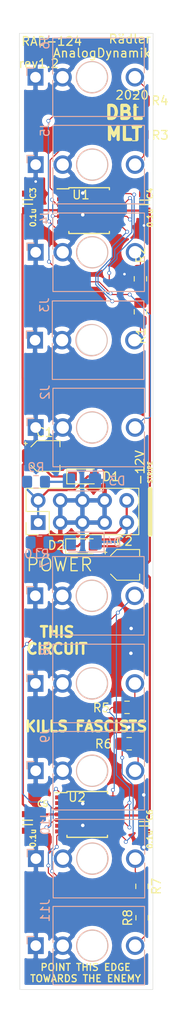
<source format=kicad_pcb>
(kicad_pcb (version 20171130) (host pcbnew "(5.1.2-1)-1")
  (layers (0 F.Cu signal) (31 B.Cu signal hide) (34 B.Paste user hide) (35 F.Paste user hide) (36 B.SilkS user hide) (37 F.SilkS user) (38 B.Mask user hide) (39 F.Mask user) (44 Edge.Cuts user))
  (net 0 "")
  (net 1 VCC)
  (net 2 GND)
  (net 3 VEE)
  (net 4 "Net-(R1-Pad2)")
  (net 5 "Net-(R2-Pad2)")
  (net 6 "Net-(R3-Pad2)")
  (net 7 "Net-(R4-Pad2)")
  (net 8 "Net-(R5-Pad2)")
  (net 9 "Net-(R6-Pad2)")
  (net 10 "Net-(R7-Pad2)")
  (net 11 "Net-(R8-Pad2)")
  (net 12 /A1Out)
  (net 13 /A2Out)
  (net 14 /A3Out)
  (net 15 /A4Out)
  (net 16 /B1Out)
  (net 17 /B2Out)
  (net 18 /B3Out)
  (net 19 /B4Out)
  (net 20 /AIn)
  (net 21 /BIn)
  (net 22 "Net-(D3-Pad2)")
  (net 23 +12V)
  (net 24 -12V)
  (net 25 "Net-(D4-Pad2)")
  (module Connector_Audio:Jack_3.5mm_QingPu_WQP-PJ398SM_Vertical_CircularHoles (layer B.Cu) (at 154.62504 116.31168 270)
    (fp_text reference J10 (at -4.03 -1.08 90) (layer B.SilkS) (effects (justify mirror)))
    (fp_text value B3Out)
    (pad TN thru_hole circle (at 0 -3.1 90) (size 2.13 2.13) (drill 1.42) (layers *.Cu *.Mask) (net 2 GND))
    (pad S thru_hole rect (at 0 0 90) (size 1.93 1.83) (drill 1.22) (layers *.Cu *.Mask) (net 2 GND))
    (pad T thru_hole circle (at 0 -11.4 90) (size 2.13 2.13) (drill 1.43) (layers *.Cu *.Mask) (net 18 /B3Out))
  )
  (module Connector_Audio:Jack_3.5mm_QingPu_WQP-PJ398SM_Vertical_CircularHoles (layer B.Cu) (at 154.57932 96.22536 270)
    (fp_text reference J8 (at -4.03 -1.08 90) (layer B.SilkS) (effects (justify mirror)))
    (fp_text value B1Out)
    (pad T thru_hole circle (at 0 -11.4 90) (size 2.13 2.13) (drill 1.43) (layers *.Cu *.Mask) (net 16 /B1Out))
    (pad S thru_hole rect (at 0 0 90) (size 1.93 1.83) (drill 1.22) (layers *.Cu *.Mask) (net 2 GND))
    (pad TN thru_hole circle (at 0 -3.1 90) (size 2.13 2.13) (drill 1.42) (layers *.Cu *.Mask) (net 2 GND))
  )
  (module Connector_Audio:Jack_3.5mm_QingPu_WQP-PJ398SM_Vertical_CircularHoles (layer B.Cu) (at 154.52852 56.8706 270)
    (fp_text reference J3 (at -4.03 -1.08 90) (layer B.SilkS) (effects (justify mirror)))
    (fp_text value A1Out)
    (pad T thru_hole circle (at 0 -11.4 90) (size 2.13 2.13) (drill 1.43) (layers *.Cu *.Mask) (net 12 /A1Out))
    (pad S thru_hole rect (at 0 0 90) (size 1.93 1.83) (drill 1.22) (layers *.Cu *.Mask) (net 2 GND))
    (pad TN thru_hole circle (at 0 -3.1 90) (size 2.13 2.13) (drill 1.42) (layers *.Cu *.Mask) (net 2 GND))
  )
  (module Connector_Audio:Jack_3.5mm_QingPu_WQP-PJ398SM_Vertical_CircularHoles (layer B.Cu) (at 154.59964 36.74364 270)
    (fp_text reference J5 (at -4.03 -1.08 90) (layer B.SilkS) (effects (justify mirror)))
    (fp_text value A3Out)
    (pad T thru_hole circle (at 0 -11.4 90) (size 2.13 2.13) (drill 1.43) (layers *.Cu *.Mask) (net 14 /A3Out))
    (pad S thru_hole rect (at 0 0 90) (size 1.93 1.83) (drill 1.22) (layers *.Cu *.Mask) (net 2 GND))
    (pad TN thru_hole circle (at 0 -3.1 90) (size 2.13 2.13) (drill 1.42) (layers *.Cu *.Mask) (net 2 GND))
  )
  (module 4ms-footprints:Header_2x05_Pitch2.54mm_TH_-12v_Label (layer F.Cu) (at 165.6334 73.03008 90)
    (fp_text reference J1 hide)
    (fp_text value EURO_HEADER_10pin)
    (fp_text user STRIPE (at 1.016 2.0955 90) (layer F.SilkS) (effects (font (size 0.5 0.5) (thickness 0.125))))
    (fp_text user -12V (at 1.5494 0.94488 90) (layer F.SilkS))
    (fp_text user POWER (at -9.58596 -8.29056) (layer F.SilkS) (effects (font (size 1.5 1.5))))
    (pad 10 thru_hole oval (at -2.21 -0.59 90) (size 1.7 1.7) (drill 1) (layers *.Cu *.Mask) (net 24 -12V))
    (pad 9 thru_hole oval (at -4.75 -0.59 90) (size 1.7 1.7) (drill 1) (layers *.Cu *.Mask) (net 24 -12V))
    (pad 8 thru_hole oval (at -2.21 -3.13 90) (size 1.7 1.7) (drill 1) (layers *.Cu *.Mask) (net 2 GND))
    (pad 7 thru_hole oval (at -4.75 -3.13 90) (size 1.7 1.7) (drill 1) (layers *.Cu *.Mask) (net 2 GND))
    (pad 6 thru_hole oval (at -2.21 -5.67 90) (size 1.7 1.7) (drill 1) (layers *.Cu *.Mask) (net 2 GND))
    (pad 5 thru_hole oval (at -4.75 -5.67 90) (size 1.7 1.7) (drill 1) (layers *.Cu *.Mask) (net 2 GND))
    (pad 4 thru_hole oval (at -2.21 -8.21 90) (size 1.7 1.7) (drill 1) (layers *.Cu *.Mask) (net 2 GND))
    (pad 3 thru_hole oval (at -4.75 -8.21 90) (size 1.7 1.7) (drill 1) (layers *.Cu *.Mask) (net 2 GND))
    (pad 2 thru_hole oval (at -2.21 -10.75 90) (size 1.7 1.7) (drill 1) (layers *.Cu *.Mask) (net 23 +12V))
    (pad 1 thru_hole rect (at -4.75 -10.75 90) (size 1.7 1.7) (drill 1) (layers *.Cu *.Mask) (net 23 +12V))
  )
  (module 4ms_Capacitor:C_0805 (layer F.Cu) (at 167.07612 112.31372 270)
    (fp_text reference C6 (at -1.74 -1 90) (layer F.SilkS) (effects (font (size 0.65 0.65)) (justify right bottom)))
    (fp_text value 0.1u (at 0.64 -1 90) (layer F.SilkS) (effects (font (size 0.65 0.65)) (justify right bottom)))
    (pad 2 smd rect (at 0.95 0 270) (size 0.7 1.3) (layers F.Cu F.Paste F.Mask) (net 2 GND))
    (pad 1 smd rect (at -0.95 0 270) (size 0.7 1.3) (layers F.Cu F.Paste F.Mask) (net 3 VEE))
  )
  (module 4ms_Capacitor:C_0805 (layer F.Cu) (at 153.67 112.16132 270)
    (fp_text reference C5 (at -1.74 -1) (layer F.SilkS) (effects (font (size 0.65 0.65)) (justify left bottom)))
    (fp_text value 0.1u (at 0.64 -1 90) (layer F.SilkS) (effects (font (size 0.65 0.65)) (justify right bottom)))
    (pad 2 smd rect (at 0.95 0 270) (size 0.7 1.3) (layers F.Cu F.Paste F.Mask) (net 2 GND))
    (pad 1 smd rect (at -0.95 0 270) (size 0.7 1.3) (layers F.Cu F.Paste F.Mask) (net 1 VCC))
  )
  (module 4ms_Capacitor:C_0805 (layer F.Cu) (at 167.11168 41.06672 270)
    (fp_text reference C4 (at -1.74 -1 90) (layer F.SilkS) (effects (font (size 0.65 0.65)) (justify right bottom)))
    (fp_text value 0.1u (at 0.64 -1 90) (layer F.SilkS) (effects (font (size 0.65 0.65)) (justify right bottom)))
    (pad 2 smd rect (at 0.95 0 270) (size 0.7 1.3) (layers F.Cu F.Paste F.Mask) (net 3 VEE))
    (pad 1 smd rect (at -0.95 0 270) (size 0.7 1.3) (layers F.Cu F.Paste F.Mask) (net 2 GND))
  )
  (module 4ms_Capacitor:C_0805 (layer F.Cu) (at 153.68016 41.021 270)
    (fp_text reference C3 (at -1.74 -1 90) (layer F.SilkS) (effects (font (size 0.65 0.65)) (justify right bottom)))
    (fp_text value 0.1u (at 0.64 -1 90) (layer F.SilkS) (effects (font (size 0.65 0.65)) (justify right bottom)))
    (pad 2 smd rect (at 0.95 0 270) (size 0.7 1.3) (layers F.Cu F.Paste F.Mask) (net 1 VCC))
    (pad 1 smd rect (at -0.95 0 270) (size 0.7 1.3) (layers F.Cu F.Paste F.Mask) (net 2 GND))
  )
  (module LED_SMD:LED_1206_3216Metric_Pad1.42x1.75mm_HandSolder (layer B.Cu) (at 159.98952 80.01 180)
    (fp_text reference D4 (at -3.50012 -0.03048) (layer B.SilkS) (effects (justify mirror)))
    (fp_text value LED_R)
    (pad 2 smd roundrect (at 1.4875 0 180) (size 1.425 1.75) (layers B.Cu B.Paste B.Mask) (roundrect_rratio 0.175439) (net 25 "Net-(D4-Pad2)"))
    (pad 1 smd roundrect (at -1.4875 0 180) (size 1.425 1.75) (layers B.Cu B.Paste B.Mask) (roundrect_rratio 0.175439) (net 24 -12V))
  )
  (module LED_SMD:LED_1206_3216Metric_Pad1.42x1.75mm_HandSolder (layer B.Cu) (at 159.90918 73.01992 180)
    (fp_text reference D3 (at -4.0275 0.01524) (layer B.SilkS) (effects (justify mirror)))
    (fp_text value LED_B)
    (pad 2 smd roundrect (at 1.4875 0 180) (size 1.425 1.75) (layers B.Cu B.Paste B.Mask) (roundrect_rratio 0.175439) (net 22 "Net-(D3-Pad2)"))
    (pad 1 smd roundrect (at -1.4875 0 180) (size 1.425 1.75) (layers B.Cu B.Paste B.Mask) (roundrect_rratio 0.175439) (net 2 GND))
  )
  (module Resistor_SMD:R_0805_2012Metric_Pad1.15x1.40mm_HandSolder (layer B.Cu) (at 155.0416 80.05064)
    (fp_text reference R10 (at -0.30988 1.33096) (layer B.SilkS) (effects (justify mirror)))
    (fp_text value 470)
    (pad 1 smd roundrect (at -1.025 0) (size 1.15 1.4) (layers B.Cu B.Paste B.Mask) (roundrect_rratio 0.217391) (net 2 GND))
    (pad 2 smd roundrect (at 1.025 0) (size 1.15 1.4) (layers B.Cu B.Paste B.Mask) (roundrect_rratio 0.217391) (net 25 "Net-(D4-Pad2)"))
  )
  (module Resistor_SMD:R_0805_2012Metric_Pad1.15x1.40mm_HandSolder (layer B.Cu) (at 154.64028 73.11136 180)
    (fp_text reference R9 (at 0 1.65) (layer B.SilkS) (effects (justify mirror)))
    (fp_text value 470)
    (pad 1 smd roundrect (at -1.025 0 180) (size 1.15 1.4) (layers B.Cu B.Paste B.Mask) (roundrect_rratio 0.217391) (net 22 "Net-(D3-Pad2)"))
    (pad 2 smd roundrect (at 1.025 0 180) (size 1.15 1.4) (layers B.Cu B.Paste B.Mask) (roundrect_rratio 0.217391) (net 23 +12V))
  )
  (module Capacitor_SMD:CP_Elec_3x5.4 (layer F.Cu) (at 164.76472 82.63128)
    (fp_text reference C2 (at 0 -2.7) (layer F.SilkS))
    (fp_text value 10uF)
    (pad 2 smd roundrect (at 1.5 0) (size 2.2 1.6) (layers F.Cu F.Paste F.Mask) (roundrect_rratio 0.15625) (net 3 VEE))
    (pad 1 smd roundrect (at -1.5 0) (size 2.2 1.6) (layers F.Cu F.Paste F.Mask) (roundrect_rratio 0.15625) (net 2 GND))
  )
  (module Capacitor_SMD:CP_Elec_3x5.4 (layer F.Cu) (at 155.6258 70.1548)
    (fp_text reference C1 (at 0 -2.7) (layer F.SilkS))
    (fp_text value 10uF)
    (pad 2 smd roundrect (at 1.5 0) (size 2.2 1.6) (layers F.Cu F.Paste F.Mask) (roundrect_rratio 0.15625) (net 2 GND))
    (pad 1 smd roundrect (at -1.5 0) (size 2.2 1.6) (layers F.Cu F.Paste F.Mask) (roundrect_rratio 0.15625) (net 1 VCC))
  )
  (module Resistor_SMD:R_0805_2012Metric_Pad1.15x1.40mm_HandSolder (layer F.Cu) (at 165.32352 103.13924 180)
    (fp_text reference R6 (at 2.9464 -0.0254) (layer F.SilkS))
    (fp_text value 100)
    (pad 2 smd roundrect (at 1.025 0 180) (size 1.15 1.4) (layers F.Cu F.Paste F.Mask) (roundrect_rratio 0.217391) (net 9 "Net-(R6-Pad2)"))
    (pad 1 smd roundrect (at -1.025 0 180) (size 1.15 1.4) (layers F.Cu F.Paste F.Mask) (roundrect_rratio 0.217391) (net 17 /B2Out))
  )
  (module Diode_SMD:D_SOD-323_HandSoldering (layer F.Cu) (at 159.93872 80.4926)
    (fp_text reference D2 (at -2.9718 -0.1016) (layer F.SilkS))
    (fp_text value D_Small_ALT)
    (pad 2 smd rect (at 1.25 0) (size 1 1) (layers F.Cu F.Paste F.Mask) (net 3 VEE))
    (pad 1 smd rect (at -1.25 0) (size 1 1) (layers F.Cu F.Paste F.Mask) (net 24 -12V))
  )
  (module Diode_SMD:D_SOD-323_HandSoldering (layer F.Cu) (at 160.0708 72.4916)
    (fp_text reference D1 (at 3.175 0.0254) (layer F.SilkS))
    (fp_text value D_Small_ALT)
    (pad 2 smd rect (at 1.25 0) (size 1 1) (layers F.Cu F.Paste F.Mask) (net 23 +12V))
    (pad 1 smd rect (at -1.25 0) (size 1 1) (layers F.Cu F.Paste F.Mask) (net 1 VCC))
  )
  (module Connector_Audio:Jack_3.5mm_QingPu_WQP-PJ398SM_Vertical_CircularHoles (layer B.Cu) (at 154.559 86.17712 270)
    (fp_text reference J7 (at -4.03 -1.08 90) (layer B.SilkS) (effects (justify mirror)))
    (fp_text value BIn)
    (pad T thru_hole circle (at 0 -11.4 90) (size 2.13 2.13) (drill 1.43) (layers *.Cu *.Mask) (net 21 /BIn))
    (pad S thru_hole rect (at 0 0 90) (size 1.93 1.83) (drill 1.22) (layers *.Cu *.Mask) (net 2 GND))
    (pad TN thru_hole circle (at 0 -3.1 90) (size 2.13 2.13) (drill 1.42) (layers *.Cu *.Mask) (net 2 GND))
  )
  (module Connector_Audio:Jack_3.5mm_QingPu_WQP-PJ398SM_Vertical_CircularHoles (layer B.Cu) (at 154.59964 66.88328 270)
    (fp_text reference J2 (at -4.03 -1.08 90) (layer B.SilkS) (effects (justify mirror)))
    (fp_text value AIn)
    (pad TN thru_hole circle (at 0 -3.1 90) (size 2.13 2.13) (drill 1.42) (layers *.Cu *.Mask) (net 2 GND))
    (pad S thru_hole rect (at 0 0 90) (size 1.93 1.83) (drill 1.22) (layers *.Cu *.Mask) (net 2 GND))
    (pad T thru_hole circle (at 0 -11.4 90) (size 2.13 2.13) (drill 1.43) (layers *.Cu *.Mask) (net 20 /AIn))
  )
  (module Connector_Audio:Jack_3.5mm_QingPu_WQP-PJ398SM_Vertical_CircularHoles (layer B.Cu) (at 154.59964 46.79188 270)
    (fp_text reference J4 (at -4.03 -1.08 90) (layer B.SilkS) (effects (justify mirror)))
    (fp_text value A2Out)
    (pad T thru_hole circle (at 0 -11.4 90) (size 2.13 2.13) (drill 1.43) (layers *.Cu *.Mask) (net 13 /A2Out))
    (pad S thru_hole rect (at 0 0 90) (size 1.93 1.83) (drill 1.22) (layers *.Cu *.Mask) (net 2 GND))
    (pad TN thru_hole circle (at 0 -3.1 90) (size 2.13 2.13) (drill 1.42) (layers *.Cu *.Mask) (net 2 GND))
  )
  (module Connector_Audio:Jack_3.5mm_QingPu_WQP-PJ398SM_Vertical_CircularHoles (layer B.Cu) (at 154.57932 26.72588 270)
    (fp_text reference J6 (at -4.03 -1.08 90) (layer B.SilkS) (effects (justify mirror)))
    (fp_text value A4Out)
    (pad TN thru_hole circle (at 0 -3.1 90) (size 2.13 2.13) (drill 1.42) (layers *.Cu *.Mask) (net 2 GND))
    (pad S thru_hole rect (at 0 0 90) (size 1.93 1.83) (drill 1.22) (layers *.Cu *.Mask) (net 2 GND))
    (pad T thru_hole circle (at 0 -11.4 90) (size 2.13 2.13) (drill 1.43) (layers *.Cu *.Mask) (net 15 /A4Out))
  )
  (module Connector_Audio:Jack_3.5mm_QingPu_WQP-PJ398SM_Vertical_CircularHoles (layer B.Cu) (at 154.6098 126.2888 270)
    (fp_text reference J11 (at -4.03 -1.08 90) (layer B.SilkS) (effects (justify mirror)))
    (fp_text value B4Out)
    (pad T thru_hole circle (at 0 -11.4 90) (size 2.13 2.13) (drill 1.43) (layers *.Cu *.Mask) (net 19 /B4Out))
    (pad S thru_hole rect (at 0 0 90) (size 1.93 1.83) (drill 1.22) (layers *.Cu *.Mask) (net 2 GND))
    (pad TN thru_hole circle (at 0 -3.1 90) (size 2.13 2.13) (drill 1.42) (layers *.Cu *.Mask) (net 2 GND))
  )
  (module Connector_Audio:Jack_3.5mm_QingPu_WQP-PJ398SM_Vertical_CircularHoles (layer B.Cu) (at 154.59964 106.23296 270)
    (fp_text reference J9 (at -4.03 -1.08 270) (layer B.SilkS) (effects (justify mirror)))
    (fp_text value B2Out)
    (pad TN thru_hole circle (at 0 -3.1 90) (size 2.13 2.13) (drill 1.42) (layers *.Cu *.Mask) (net 2 GND))
    (pad S thru_hole rect (at 0 0 90) (size 1.93 1.83) (drill 1.22) (layers *.Cu *.Mask) (net 2 GND))
    (pad T thru_hole circle (at 0 -11.4 90) (size 2.13 2.13) (drill 1.43) (layers *.Cu *.Mask) (net 17 /B2Out))
  )
  (module Resistor_SMD:R_0805_2012Metric_Pad1.15x1.40mm_HandSolder (layer F.Cu) (at 166.61892 53.6194 90)
    (fp_text reference R1 (at -2.7686 0.0762 90) (layer F.SilkS))
    (fp_text value 100)
    (pad 2 smd roundrect (at 1.025 0 90) (size 1.15 1.4) (layers F.Cu F.Paste F.Mask) (roundrect_rratio 0.217391) (net 4 "Net-(R1-Pad2)"))
    (pad 1 smd roundrect (at -1.025 0 90) (size 1.15 1.4) (layers F.Cu F.Paste F.Mask) (roundrect_rratio 0.217391) (net 12 /A1Out))
  )
  (module Resistor_SMD:R_0805_2012Metric_Pad1.15x1.40mm_HandSolder (layer F.Cu) (at 166.61892 49.8348 270)
    (fp_text reference R2 (at -2.7432 -0.0254 90) (layer F.SilkS))
    (fp_text value 100)
    (pad 1 smd roundrect (at -1.025 0 270) (size 1.15 1.4) (layers F.Cu F.Paste F.Mask) (roundrect_rratio 0.217391) (net 13 /A2Out))
    (pad 2 smd roundrect (at 1.025 0 270) (size 1.15 1.4) (layers F.Cu F.Paste F.Mask) (roundrect_rratio 0.217391) (net 5 "Net-(R2-Pad2)"))
  )
  (module Resistor_SMD:R_0805_2012Metric_Pad1.15x1.40mm_HandSolder (layer F.Cu) (at 165.95852 33.2994 180)
    (fp_text reference R3 (at -2.921 -0.0762) (layer F.SilkS))
    (fp_text value 100)
    (pad 2 smd roundrect (at 1.025 0 180) (size 1.15 1.4) (layers F.Cu F.Paste F.Mask) (roundrect_rratio 0.217391) (net 6 "Net-(R3-Pad2)"))
    (pad 1 smd roundrect (at -1.025 0 180) (size 1.15 1.4) (layers F.Cu F.Paste F.Mask) (roundrect_rratio 0.217391) (net 14 /A3Out))
  )
  (module Resistor_SMD:R_0805_2012Metric_Pad1.15x1.40mm_HandSolder (layer F.Cu) (at 166.08044 29.44876 180)
    (fp_text reference R4 (at -2.7686 0.0254) (layer F.SilkS))
    (fp_text value 100)
    (pad 1 smd roundrect (at -1.025 0 180) (size 1.15 1.4) (layers F.Cu F.Paste F.Mask) (roundrect_rratio 0.217391) (net 15 /A4Out))
    (pad 2 smd roundrect (at 1.025 0 180) (size 1.15 1.4) (layers F.Cu F.Paste F.Mask) (roundrect_rratio 0.217391) (net 7 "Net-(R4-Pad2)"))
  )
  (module Resistor_SMD:R_0805_2012Metric_Pad1.15x1.40mm_HandSolder (layer F.Cu) (at 165.08476 98.96856 180)
    (fp_text reference R5 (at 2.9464 -0.0508) (layer F.SilkS))
    (fp_text value 100)
    (pad 1 smd roundrect (at -1.025 0 180) (size 1.15 1.4) (layers F.Cu F.Paste F.Mask) (roundrect_rratio 0.217391) (net 16 /B1Out))
    (pad 2 smd roundrect (at 1.025 0 180) (size 1.15 1.4) (layers F.Cu F.Paste F.Mask) (roundrect_rratio 0.217391) (net 8 "Net-(R5-Pad2)"))
  )
  (module Resistor_SMD:R_0805_2012Metric_Pad1.15x1.40mm_HandSolder (layer F.Cu) (at 166.79672 119.48668 270)
    (fp_text reference R7 (at 0 -1.65 90) (layer F.SilkS))
    (fp_text value 100)
    (pad 1 smd roundrect (at -1.025 0 270) (size 1.15 1.4) (layers F.Cu F.Paste F.Mask) (roundrect_rratio 0.217391) (net 18 /B3Out))
    (pad 2 smd roundrect (at 1.025 0 270) (size 1.15 1.4) (layers F.Cu F.Paste F.Mask) (roundrect_rratio 0.217391) (net 10 "Net-(R7-Pad2)"))
  )
  (module Resistor_SMD:R_0805_2012Metric_Pad1.15x1.40mm_HandSolder (layer F.Cu) (at 166.81196 123.0884 90)
    (fp_text reference R8 (at 0 -1.65 90) (layer F.SilkS))
    (fp_text value 100)
    (pad 2 smd roundrect (at 1.025 0 90) (size 1.15 1.4) (layers F.Cu F.Paste F.Mask) (roundrect_rratio 0.217391) (net 11 "Net-(R8-Pad2)"))
    (pad 1 smd roundrect (at -1.025 0 90) (size 1.15 1.4) (layers F.Cu F.Paste F.Mask) (roundrect_rratio 0.217391) (net 19 /B4Out))
  )
  (module Package_SO:TSSOP-14_4.4x5mm_P0.65mm (layer F.Cu) (at 160.7312 42.01668)
    (fp_text reference U1 (at -0.9398 -1.8034 180) (layer F.SilkS))
    (fp_text value TL074)
    (pad 1 smd rect (at -2.95 -1.95) (size 1.45 0.45) (layers F.Cu F.Paste F.Mask) (net 6 "Net-(R3-Pad2)"))
    (pad 2 smd rect (at -2.95 -1.3) (size 1.45 0.45) (layers F.Cu F.Paste F.Mask) (net 6 "Net-(R3-Pad2)"))
    (pad 3 smd rect (at -2.95 -0.65) (size 1.45 0.45) (layers F.Cu F.Paste F.Mask) (net 20 /AIn))
    (pad 4 smd rect (at -2.95 0) (size 1.45 0.45) (layers F.Cu F.Paste F.Mask) (net 1 VCC))
    (pad 5 smd rect (at -2.95 0.65) (size 1.45 0.45) (layers F.Cu F.Paste F.Mask) (net 20 /AIn))
    (pad 6 smd rect (at -2.95 1.3) (size 1.45 0.45) (layers F.Cu F.Paste F.Mask) (net 7 "Net-(R4-Pad2)"))
    (pad 7 smd rect (at -2.95 1.95) (size 1.45 0.45) (layers F.Cu F.Paste F.Mask) (net 7 "Net-(R4-Pad2)"))
    (pad 8 smd rect (at 2.95 1.95) (size 1.45 0.45) (layers F.Cu F.Paste F.Mask) (net 4 "Net-(R1-Pad2)"))
    (pad 9 smd rect (at 2.95 1.3) (size 1.45 0.45) (layers F.Cu F.Paste F.Mask) (net 4 "Net-(R1-Pad2)"))
    (pad 10 smd rect (at 2.95 0.65) (size 1.45 0.45) (layers F.Cu F.Paste F.Mask) (net 20 /AIn))
    (pad 11 smd rect (at 2.95 0) (size 1.45 0.45) (layers F.Cu F.Paste F.Mask) (net 3 VEE))
    (pad 12 smd rect (at 2.95 -0.65) (size 1.45 0.45) (layers F.Cu F.Paste F.Mask) (net 20 /AIn))
    (pad 13 smd rect (at 2.95 -1.3) (size 1.45 0.45) (layers F.Cu F.Paste F.Mask) (net 5 "Net-(R2-Pad2)"))
    (pad 14 smd rect (at 2.95 -1.95) (size 1.45 0.45) (layers F.Cu F.Paste F.Mask) (net 5 "Net-(R2-Pad2)"))
  )
  (module Package_SO:TSSOP-14_4.4x5mm_P0.65mm (layer F.Cu) (at 160.51276 111.24184)
    (fp_text reference U2 (at -1.1684 -1.9558) (layer F.SilkS))
    (fp_text value TL074)
    (pad 14 smd rect (at 2.95 -1.95) (size 1.45 0.45) (layers F.Cu F.Paste F.Mask) (net 8 "Net-(R5-Pad2)"))
    (pad 13 smd rect (at 2.95 -1.3) (size 1.45 0.45) (layers F.Cu F.Paste F.Mask) (net 8 "Net-(R5-Pad2)"))
    (pad 12 smd rect (at 2.95 -0.65) (size 1.45 0.45) (layers F.Cu F.Paste F.Mask) (net 21 /BIn))
    (pad 11 smd rect (at 2.95 0) (size 1.45 0.45) (layers F.Cu F.Paste F.Mask) (net 3 VEE))
    (pad 10 smd rect (at 2.95 0.65) (size 1.45 0.45) (layers F.Cu F.Paste F.Mask) (net 21 /BIn))
    (pad 9 smd rect (at 2.95 1.3) (size 1.45 0.45) (layers F.Cu F.Paste F.Mask) (net 9 "Net-(R6-Pad2)"))
    (pad 8 smd rect (at 2.95 1.95) (size 1.45 0.45) (layers F.Cu F.Paste F.Mask) (net 9 "Net-(R6-Pad2)"))
    (pad 7 smd rect (at -2.95 1.95) (size 1.45 0.45) (layers F.Cu F.Paste F.Mask) (net 10 "Net-(R7-Pad2)"))
    (pad 6 smd rect (at -2.95 1.3) (size 1.45 0.45) (layers F.Cu F.Paste F.Mask) (net 10 "Net-(R7-Pad2)"))
    (pad 5 smd rect (at -2.95 0.65) (size 1.45 0.45) (layers F.Cu F.Paste F.Mask) (net 21 /BIn))
    (pad 4 smd rect (at -2.95 0) (size 1.45 0.45) (layers F.Cu F.Paste F.Mask) (net 1 VCC))
    (pad 3 smd rect (at -2.95 -0.65) (size 1.45 0.45) (layers F.Cu F.Paste F.Mask) (net 21 /BIn))
    (pad 2 smd rect (at -2.95 -1.3) (size 1.45 0.45) (layers F.Cu F.Paste F.Mask) (net 11 "Net-(R8-Pad2)"))
    (pad 1 smd rect (at -2.95 -1.95) (size 1.45 0.45) (layers F.Cu F.Paste F.Mask) (net 11 "Net-(R8-Pad2)"))
  )
  (gr_circle (center 161.058348 26.71064) (end 162.440108 27.75204) (layer Edge.Cuts) (width 0.05))
  (gr_circle (center 161.088828 36.74364) (end 162.470588 37.78504) (layer Edge.Cuts) (width 0.05))
  (gr_circle (center 161.093908 46.79696) (end 162.475668 47.83836) (layer Edge.Cuts) (width 0.05))
  (gr_circle (center 161.068508 56.8452) (end 162.450268 57.8866) (layer Edge.Cuts) (width 0.05))
  (gr_circle (center 161.068508 66.87312) (end 162.450268 67.91452) (layer Edge.Cuts) (width 0.05))
  (gr_circle (center 161.093908 126.2888) (end 162.475668 127.3302) (layer Edge.Cuts) (width 0.05))
  (gr_circle (center 161.083748 116.30152) (end 162.465508 117.34292) (layer Edge.Cuts) (width 0.05))
  (gr_circle (center 161.058348 106.24312) (end 162.440108 107.28452) (layer Edge.Cuts) (width 0.05))
  (gr_circle (center 161.053268 96.21012) (end 162.435028 97.25152) (layer Edge.Cuts) (width 0.05))
  (gr_circle (center 161.032948 86.17204) (end 162.414708 87.21344) (layer Edge.Cuts) (width 0.05))
  (gr_text rev1.2 (at 154.95524 25.15616) (layer F.SilkS) (effects (font (size 1 1))))
  (gr_text 2020 (at 165.6588 28.7782) (layer F.SilkS) (effects (font (size 1 1))))
  (gr_text "Rädler\nAnalogDynamik" (at 167.88892 23.14448) (layer F.SilkS) (effects (font (size 1 1)) (justify right)))
  (gr_text "DBL\nMLT" (at 164.7444 31.9786) (layer F.SilkS) (effects (font (size 1.5 1.5) (thickness 0.375))))
  (gr_text "KILLS FASCISTS" (at 160.38068 101.15804) (layer F.SilkS) (effects (font (size 1.2 1.2) (thickness 0.3))))
  (gr_text "THIS\nCIRCUIT" (at 157.04312 91.29776) (layer F.SilkS) (effects (font (size 1.2 1.2) (thickness 0.3))))
  (gr_text RAD-124 (at 156.4386 22.606) (layer F.SilkS) (effects (font (size 1 1))))
  (gr_text "POINT THIS EDGE\nTOWARDS THE ENEMY" (at 160.3248 129.413) (layer F.SilkS) (effects (font (size 0.8 0.8))))
  (gr_line (start 152.7302 21.6916) (end 152.7302 21.7678) (layer Edge.Cuts) (width 0.05))
  (gr_line (start 168.0718 21.6916) (end 152.7302 21.6916) (layer Edge.Cuts) (width 0.05))
  (gr_line (start 168.0464 131.318) (end 168.0718 21.6916) (layer Edge.Cuts) (width 0.05))
  (gr_line (start 152.781 131.318) (end 152.7302 21.7678) (layer Edge.Cuts) (width 0.05))
  (gr_line (start 168.0464 131.318) (end 152.781 131.318) (layer Edge.Cuts) (width 0.05))
  (via (at 167 115) (size 0.8) (drill 0.4) (layers F.Cu B.Cu) (net 2))
  (segment (start 153.70052 111.24184) (end 153.67 111.21132) (width 0.254) (layer F.Cu) (net 1))
  (segment (start 157.56276 111.24184) (end 153.70052 111.24184) (width 0.254) (layer F.Cu) (net 1))
  (segment (start 153.67 110.60732) (end 153.123151 110.060471) (width 0.254) (layer F.Cu) (net 1))
  (segment (start 153.67 111.21132) (end 153.67 110.60732) (width 0.254) (layer F.Cu) (net 1))
  (segment (start 153.123151 71.157449) (end 154.1258 70.1548) (width 0.254) (layer F.Cu) (net 1))
  (segment (start 153.123151 110.060471) (end 153.123151 71.157449) (width 0.254) (layer F.Cu) (net 1))
  (segment (start 156.4626 72.4916) (end 158.8208 72.4916) (width 0.254) (layer F.Cu) (net 1))
  (segment (start 154.1258 70.1548) (end 156.4626 72.4916) (width 0.254) (layer F.Cu) (net 1))
  (segment (start 153.092156 42.406564) (end 153.092156 43.219364) (width 0.254) (layer F.Cu) (net 1))
  (segment (start 153.52772 41.971) (end 153.092156 42.406564) (width 0.254) (layer F.Cu) (net 1))
  (segment (start 153.68016 41.971) (end 153.52772 41.971) (width 0.254) (layer F.Cu) (net 1))
  (segment (start 153.092156 43.219364) (end 153.100491 61.194531) (width 0.254) (layer F.Cu) (net 1))
  (segment (start 153.092093 43.081786) (end 153.092156 43.219364) (width 0.254) (layer F.Cu) (net 1))
  (segment (start 157.73552 41.971) (end 157.7812 42.01668) (width 0.254) (layer F.Cu) (net 1))
  (segment (start 153.68016 41.971) (end 157.73552 41.971) (width 0.254) (layer F.Cu) (net 1))
  (segment (start 154.1258 69.70128) (end 153.103962 68.679442) (width 0.254) (layer F.Cu) (net 1))
  (segment (start 154.1258 70.1548) (end 154.1258 69.70128) (width 0.254) (layer F.Cu) (net 1))
  (segment (start 153.103962 61.198002) (end 153.100491 61.194531) (width 0.254) (layer F.Cu) (net 1))
  (segment (start 153.103962 68.679442) (end 153.103962 61.198002) (width 0.254) (layer F.Cu) (net 1))
  (segment (start 153.61528 80.137) (end 153.59496 80.15732) (width 0.254) (layer B.Cu) (net 2))
  (via (at 154.59964 38.6842) (size 0.45) (drill 0.3) (layers F.Cu B.Cu) (net 2))
  (via (at 164.78504 49.3014) (size 0.45) (drill 0.3) (layers F.Cu B.Cu) (net 2))
  (via (at 167.02532 43.71848) (size 0.45) (drill 0.3) (layers F.Cu B.Cu) (net 2))
  (via (at 165.55212 89.92108) (size 0.8) (drill 0.4) (layers F.Cu B.Cu) (net 2))
  (via (at 165.52418 92.76842) (size 0.8) (drill 0.4) (layers F.Cu B.Cu) (net 2))
  (via (at 165.28034 101.23932) (size 0.8) (drill 0.4) (layers F.Cu B.Cu) (net 2))
  (via (at 160 110) (size 0.8) (drill 0.4) (layers F.Cu B.Cu) (net 2))
  (via (at 160 112.5) (size 0.8) (drill 0.4) (layers F.Cu B.Cu) (net 2))
  (via (at 160 42.5) (size 0.8) (drill 0.4) (layers F.Cu B.Cu) (net 2))
  (via (at 160 40) (size 0.8) (drill 0.4) (layers F.Cu B.Cu) (net 2))
  (via (at 167 109) (size 0.8) (drill 0.4) (layers F.Cu B.Cu) (net 2))
  (segment (start 163.58464 111.36372) (end 163.46276 111.24184) (width 0.254) (layer F.Cu) (net 3))
  (segment (start 167.07612 111.36372) (end 163.58464 111.36372) (width 0.254) (layer F.Cu) (net 3))
  (segment (start 164.12604 80.4926) (end 166.26472 82.63128) (width 0.254) (layer F.Cu) (net 3))
  (segment (start 161.18872 80.4926) (end 164.12604 80.4926) (width 0.254) (layer F.Cu) (net 3))
  (segment (start 166.26472 82.63128) (end 167.705337 84.071898) (width 0.254) (layer F.Cu) (net 3))
  (segment (start 167.699159 110.740681) (end 167.07612 111.36372) (width 0.254) (layer F.Cu) (net 3))
  (segment (start 167.705337 84.071898) (end 167.699159 110.740681) (width 0.254) (layer F.Cu) (net 3))
  (segment (start 167.705777 82.174343) (end 167.705777 42.443663) (width 0.254) (layer F.Cu) (net 3))
  (segment (start 167.705777 42.443663) (end 167.278834 42.01672) (width 0.254) (layer F.Cu) (net 3))
  (segment (start 167.24884 82.63128) (end 167.705777 82.174343) (width 0.254) (layer F.Cu) (net 3))
  (segment (start 167.278834 42.01672) (end 167.11168 42.01672) (width 0.254) (layer F.Cu) (net 3))
  (segment (start 166.26472 82.63128) (end 167.24884 82.63128) (width 0.254) (layer F.Cu) (net 3))
  (segment (start 167.11164 42.01668) (end 167.11168 42.01672) (width 0.254) (layer F.Cu) (net 3))
  (segment (start 163.6812 42.01668) (end 167.11164 42.01668) (width 0.254) (layer F.Cu) (net 3))
  (via (at 163.39312 52.41036) (size 0.45) (drill 0.3) (layers F.Cu B.Cu) (net 4))
  (via (at 165.08984 44.43984) (size 0.45) (drill 0.3) (layers F.Cu B.Cu) (net 4))
  (segment (start 164.61668 43.96668) (end 163.6812 43.96668) (width 0.127) (layer F.Cu) (net 4))
  (segment (start 165.08984 44.43984) (end 164.61668 43.96668) (width 0.127) (layer F.Cu) (net 4))
  (segment (start 161.49828 49.266241) (end 161.49828 50.51552) (width 0.127) (layer B.Cu) (net 4))
  (segment (start 162.717593 48.046928) (end 161.49828 49.266241) (width 0.127) (layer B.Cu) (net 4))
  (segment (start 162.717593 48.010221) (end 162.717593 48.046928) (width 0.127) (layer B.Cu) (net 4))
  (segment (start 163.39312 47.334694) (end 162.717593 48.010221) (width 0.127) (layer B.Cu) (net 4))
  (segment (start 161.49828 50.51552) (end 163.39312 52.41036) (width 0.127) (layer B.Cu) (net 4))
  (segment (start 163.39312 46.13656) (end 163.39312 47.334694) (width 0.127) (layer B.Cu) (net 4))
  (segment (start 165.08984 44.43984) (end 163.39312 46.13656) (width 0.127) (layer B.Cu) (net 4))
  (segment (start 166.43488 52.41036) (end 166.61892 52.5944) (width 0.127) (layer F.Cu) (net 4))
  (segment (start 163.39312 52.41036) (end 166.43488 52.41036) (width 0.127) (layer F.Cu) (net 4))
  (segment (start 163.6812 43.31668) (end 163.6812 43.96668) (width 0.127) (layer F.Cu) (net 4))
  (segment (start 163.6812 40.06668) (end 164.1812 40.06668) (width 0.127) (layer F.Cu) (net 5))
  (segment (start 163.92653 47.04587) (end 163.92653 47.556439) (width 0.127) (layer B.Cu) (net 5))
  (segment (start 165.893969 45.078431) (end 163.92653 47.04587) (width 0.127) (layer B.Cu) (net 5))
  (segment (start 165.893969 44.542929) (end 165.893969 45.078431) (width 0.127) (layer B.Cu) (net 5))
  (segment (start 165.893969 43.677827) (end 165.893969 44.542929) (width 0.127) (layer B.Cu) (net 5))
  (segment (start 163.92653 47.556439) (end 163.03752 48.445449) (width 0.127) (layer B.Cu) (net 5))
  (via (at 163.03752 49.16424) (size 0.45) (drill 0.3) (layers F.Cu B.Cu) (net 5))
  (segment (start 163.03752 48.445449) (end 163.03752 49.16424) (width 0.127) (layer B.Cu) (net 5))
  (segment (start 163.03752 49.16424) (end 163.03752 50.27676) (width 0.127) (layer F.Cu) (net 5))
  (segment (start 163.62056 50.8598) (end 166.61892 50.8598) (width 0.127) (layer F.Cu) (net 5))
  (segment (start 163.03752 50.27676) (end 163.62056 50.8598) (width 0.127) (layer F.Cu) (net 5))
  (via (at 165.893969 40.179209) (size 0.45) (drill 0.3) (layers F.Cu B.Cu) (net 5))
  (segment (start 165.522622 40.06668) (end 165.635151 40.179209) (width 0.127) (layer F.Cu) (net 5))
  (segment (start 163.6812 40.06668) (end 165.522622 40.06668) (width 0.127) (layer F.Cu) (net 5))
  (segment (start 165.893969 40.179209) (end 165.893969 43.677827) (width 0.127) (layer B.Cu) (net 5))
  (segment (start 165.635151 40.179209) (end 165.893969 40.179209) (width 0.127) (layer F.Cu) (net 5))
  (segment (start 163.6812 40.06668) (end 163.6812 40.71668) (width 0.127) (layer F.Cu) (net 5))
  (segment (start 159.177698 33.2994) (end 164.25852 33.2994) (width 0.127) (layer F.Cu) (net 6))
  (segment (start 156.257041 36.220057) (end 159.177698 33.2994) (width 0.127) (layer F.Cu) (net 6))
  (segment (start 164.25852 33.2994) (end 164.93352 33.2994) (width 0.127) (layer F.Cu) (net 6))
  (segment (start 156.257041 39.394521) (end 156.257041 36.220057) (width 0.127) (layer F.Cu) (net 6))
  (segment (start 156.9292 40.06668) (end 156.257041 39.394521) (width 0.127) (layer F.Cu) (net 6))
  (segment (start 157.7812 40.06668) (end 156.9292 40.06668) (width 0.127) (layer F.Cu) (net 6))
  (segment (start 157.7812 40.06668) (end 157.7812 40.71668) (width 0.127) (layer F.Cu) (net 6))
  (segment (start 165.05544 29.44876) (end 159.12084 29.44876) (width 0.127) (layer F.Cu) (net 7))
  (via (at 156.0576 31.72968) (size 0.45) (drill 0.3) (layers F.Cu B.Cu) (net 7))
  (segment (start 158.33852 29.44876) (end 156.0576 31.72968) (width 0.127) (layer F.Cu) (net 7))
  (segment (start 159.12084 29.44876) (end 158.33852 29.44876) (width 0.127) (layer F.Cu) (net 7))
  (via (at 156.12872 43.2562) (size 0.45) (drill 0.3) (layers F.Cu B.Cu) (net 7))
  (segment (start 156.0576 43.18508) (end 156.12872 43.2562) (width 0.127) (layer B.Cu) (net 7))
  (segment (start 156.0576 31.72968) (end 156.0576 43.18508) (width 0.127) (layer B.Cu) (net 7))
  (segment (start 156.8392 43.96668) (end 157.7812 43.96668) (width 0.127) (layer F.Cu) (net 7))
  (segment (start 156.12872 43.2562) (end 156.8392 43.96668) (width 0.127) (layer F.Cu) (net 7))
  (segment (start 157.7812 43.31668) (end 157.7812 43.96668) (width 0.127) (layer F.Cu) (net 7))
  (segment (start 164.93744 114.16652) (end 164.93744 114.38636) (width 0.127) (layer F.Cu) (net 9))
  (via (at 164.93744 114.38636) (size 0.45) (drill 0.3) (layers F.Cu B.Cu) (net 9))
  (segment (start 163.96276 113.19184) (end 164.93744 114.16652) (width 0.127) (layer F.Cu) (net 9))
  (segment (start 163.46276 113.19184) (end 163.96276 113.19184) (width 0.127) (layer F.Cu) (net 9))
  (segment (start 163.46276 112.54184) (end 163.46276 113.19184) (width 0.127) (layer F.Cu) (net 9))
  (segment (start 163.46276 109.29184) (end 163.46276 109.94184) (width 0.127) (layer F.Cu) (net 8))
  (segment (start 163.46276 108.436098) (end 163.46276 109.94184) (width 0.127) (layer F.Cu) (net 8))
  (via (at 162.93084 99.38258) (size 0.45) (drill 0.3) (layers F.Cu B.Cu) (net 8))
  (segment (start 163.34486 98.96856) (end 162.93084 99.38258) (width 0.127) (layer F.Cu) (net 8))
  (segment (start 164.05976 98.96856) (end 163.34486 98.96856) (width 0.127) (layer F.Cu) (net 8))
  (segment (start 162.93084 99.38258) (end 163.60647 100.05821) (width 0.127) (layer B.Cu) (net 8))
  (via (at 163.46276 108.436098) (size 0.45) (drill 0.3) (layers F.Cu B.Cu) (net 8))
  (segment (start 163.60647 108.292388) (end 163.46276 108.436098) (width 0.127) (layer B.Cu) (net 8))
  (segment (start 163.60647 100.05821) (end 163.60647 108.292388) (width 0.127) (layer B.Cu) (net 8))
  (via (at 164.52342 104.73944) (size 0.45) (drill 0.3) (layers F.Cu B.Cu) (net 9))
  (segment (start 164.52342 106.614882) (end 164.52342 104.73944) (width 0.127) (layer B.Cu) (net 9))
  (segment (start 165.779661 107.871123) (end 164.52342 106.614882) (width 0.127) (layer B.Cu) (net 9))
  (segment (start 165.779661 113.544139) (end 165.779661 107.871123) (width 0.127) (layer B.Cu) (net 9))
  (segment (start 164.93744 114.38636) (end 165.779661 113.544139) (width 0.127) (layer B.Cu) (net 9))
  (segment (start 164.52342 103.36414) (end 164.29852 103.13924) (width 0.127) (layer F.Cu) (net 9))
  (segment (start 164.52342 104.73944) (end 164.52342 103.36414) (width 0.127) (layer F.Cu) (net 9))
  (segment (start 157.56276 109.29184) (end 157.06276 109.29184) (width 0.127) (layer F.Cu) (net 11))
  (segment (start 157.56276 109.94184) (end 157.56276 109.29184) (width 0.127) (layer F.Cu) (net 11))
  (segment (start 157.56276 112.54184) (end 157.56276 113.19184) (width 0.127) (layer F.Cu) (net 10))
  (segment (start 159.769429 119.766969) (end 164.874754 119.76697) (width 0.127) (layer F.Cu) (net 10))
  (segment (start 165.619464 120.51168) (end 166.79672 120.51168) (width 0.127) (layer F.Cu) (net 10))
  (segment (start 164.874754 119.76697) (end 165.619464 120.51168) (width 0.127) (layer F.Cu) (net 10))
  (via (at 156.47924 117.74932) (size 0.45) (drill 0.3) (layers F.Cu B.Cu) (net 10))
  (segment (start 158.496889 119.766969) (end 156.47924 117.74932) (width 0.127) (layer F.Cu) (net 10))
  (segment (start 159.769429 119.766969) (end 158.496889 119.766969) (width 0.127) (layer F.Cu) (net 10))
  (segment (start 156.469539 117.421421) (end 156.469539 115.513661) (width 0.127) (layer B.Cu) (net 10))
  (via (at 157.01772 114.96548) (size 0.45) (drill 0.3) (layers F.Cu B.Cu) (net 10))
  (segment (start 156.47924 117.431122) (end 156.469539 117.421421) (width 0.127) (layer B.Cu) (net 10))
  (segment (start 156.469539 115.513661) (end 157.01772 114.96548) (width 0.127) (layer B.Cu) (net 10))
  (segment (start 156.47924 117.74932) (end 156.47924 117.431122) (width 0.127) (layer B.Cu) (net 10))
  (segment (start 157.01772 113.73688) (end 157.56276 113.19184) (width 0.127) (layer F.Cu) (net 10))
  (segment (start 157.01772 114.96548) (end 157.01772 113.73688) (width 0.127) (layer F.Cu) (net 10))
  (segment (start 164.769539 120.020979) (end 159.576197 120.020979) (width 0.127) (layer F.Cu) (net 11))
  (segment (start 166.81196 122.0634) (end 164.769539 120.020979) (width 0.127) (layer F.Cu) (net 11))
  (segment (start 157.56276 108.93984) (end 157.56276 109.29184) (width 0.127) (layer F.Cu) (net 11))
  (segment (start 159.576197 120.020979) (end 158.391674 120.020978) (width 0.127) (layer F.Cu) (net 11))
  (segment (start 158.391674 120.020978) (end 156.810896 118.4402) (width 0.127) (layer F.Cu) (net 11))
  (segment (start 156.054039 117.939061) (end 156.054039 117.10162) (width 0.127) (layer F.Cu) (net 11))
  (via (at 156.054039 117.10162) (size 0.45) (drill 0.3) (layers F.Cu B.Cu) (net 11))
  (segment (start 156.555178 118.4402) (end 156.054039 117.939061) (width 0.127) (layer F.Cu) (net 11))
  (segment (start 156.810896 118.4402) (end 156.555178 118.4402) (width 0.127) (layer F.Cu) (net 11))
  (segment (start 156.054039 115.569937) (end 156.602219 115.021757) (width 0.127) (layer B.Cu) (net 11))
  (segment (start 156.602219 108.632201) (end 156.92867 108.30575) (width 0.127) (layer B.Cu) (net 11))
  (segment (start 156.054039 117.10162) (end 156.054039 115.569937) (width 0.127) (layer B.Cu) (net 11))
  (segment (start 156.602219 115.021757) (end 156.602219 108.632201) (width 0.127) (layer B.Cu) (net 11))
  (via (at 156.92867 108.30575) (size 0.45) (drill 0.3) (layers F.Cu B.Cu) (net 11))
  (segment (start 156.92867 108.30575) (end 157.56276 108.93984) (width 0.127) (layer F.Cu) (net 11))
  (segment (start 166.45012 56.3998) (end 165.99964 56.85028) (width 0.127) (layer F.Cu) (net 12))
  (segment (start 166.61892 56.1802) (end 165.92852 56.8706) (width 0.127) (layer F.Cu) (net 12))
  (segment (start 166.61892 54.6444) (end 166.61892 56.1802) (width 0.127) (layer F.Cu) (net 12))
  (segment (start 166.61892 47.41116) (end 165.99964 46.79188) (width 0.127) (layer F.Cu) (net 13))
  (segment (start 166.61892 48.8098) (end 166.61892 47.41116) (width 0.127) (layer F.Cu) (net 13))
  (segment (start 166.98352 35.75976) (end 165.99964 36.74364) (width 0.127) (layer F.Cu) (net 14))
  (segment (start 166.98352 33.2994) (end 166.98352 35.75976) (width 0.127) (layer F.Cu) (net 14))
  (segment (start 167.10544 27.852) (end 165.97932 26.72588) (width 0.127) (layer F.Cu) (net 15))
  (segment (start 167.10544 29.44876) (end 167.10544 27.852) (width 0.127) (layer F.Cu) (net 15))
  (segment (start 165.97932 98.83812) (end 166.10976 98.96856) (width 0.127) (layer F.Cu) (net 16))
  (segment (start 165.97932 96.22536) (end 165.97932 98.83812) (width 0.127) (layer F.Cu) (net 16))
  (segment (start 166.34852 105.88408) (end 165.99964 106.23296) (width 0.127) (layer F.Cu) (net 17))
  (segment (start 166.34852 103.13924) (end 166.34852 105.88408) (width 0.127) (layer F.Cu) (net 17))
  (segment (start 166.668903 118.46168) (end 166.79672 118.46168) (width 0.127) (layer F.Cu) (net 18))
  (segment (start 166.02504 117.817817) (end 166.668903 118.46168) (width 0.127) (layer F.Cu) (net 18))
  (segment (start 166.02504 116.31168) (end 166.02504 117.817817) (width 0.127) (layer F.Cu) (net 18))
  (segment (start 167.074799 124.376239) (end 166.81196 124.1134) (width 0.127) (layer F.Cu) (net 19))
  (segment (start 167.074799 125.223801) (end 167.074799 124.376239) (width 0.127) (layer F.Cu) (net 19))
  (segment (start 166.0098 126.2888) (end 167.074799 125.223801) (width 0.127) (layer F.Cu) (net 19))
  (via (at 165.41496 43.03268) (size 0.45) (drill 0.3) (layers F.Cu B.Cu) (net 20))
  (segment (start 165.04896 42.66668) (end 165.41496 43.03268) (width 0.127) (layer F.Cu) (net 20))
  (segment (start 163.6812 42.66668) (end 165.04896 42.66668) (width 0.127) (layer F.Cu) (net 20))
  (segment (start 165.41496 43.03268) (end 165.639959 43.257679) (width 0.127) (layer B.Cu) (net 20))
  (segment (start 165.639959 43.257679) (end 165.639959 43.783041) (width 0.127) (layer B.Cu) (net 20))
  (via (at 165.41496 40.57396) (size 0.45) (drill 0.3) (layers F.Cu B.Cu) (net 20))
  (segment (start 165.639959 40.798959) (end 165.41496 40.57396) (width 0.127) (layer B.Cu) (net 20))
  (segment (start 165.639959 43.783041) (end 165.639959 40.798959) (width 0.127) (layer B.Cu) (net 20))
  (segment (start 164.62224 41.36668) (end 163.6812 41.36668) (width 0.127) (layer F.Cu) (net 20))
  (segment (start 165.41496 40.57396) (end 164.62224 41.36668) (width 0.127) (layer F.Cu) (net 20))
  (segment (start 165.639959 44.504663) (end 163.67252 46.472102) (width 0.127) (layer B.Cu) (net 20))
  (segment (start 162.888744 51.54676) (end 163.144462 51.54676) (width 0.127) (layer B.Cu) (net 20))
  (segment (start 161.75229 49.42331) (end 161.75229 50.410306) (width 0.127) (layer B.Cu) (net 20))
  (segment (start 162.67684 48.49876) (end 161.75229 49.42331) (width 0.127) (layer B.Cu) (net 20))
  (segment (start 161.75229 50.410306) (end 162.888744 51.54676) (width 0.127) (layer B.Cu) (net 20))
  (segment (start 165.639959 43.783041) (end 165.639959 44.504663) (width 0.127) (layer B.Cu) (net 20))
  (segment (start 162.67684 48.446905) (end 162.67684 48.49876) (width 0.127) (layer B.Cu) (net 20))
  (segment (start 163.67252 46.472102) (end 163.67252 47.451225) (width 0.127) (layer B.Cu) (net 20))
  (segment (start 163.67252 47.451225) (end 162.67684 48.446905) (width 0.127) (layer B.Cu) (net 20))
  (via (at 156.55544 42.63644) (size 0.45) (drill 0.3) (layers F.Cu B.Cu) (net 20))
  (segment (start 156.58568 42.66668) (end 156.55544 42.63644) (width 0.127) (layer F.Cu) (net 20))
  (segment (start 157.7812 42.66668) (end 156.58568 42.66668) (width 0.127) (layer F.Cu) (net 20))
  (via (at 156.4731 40.767) (size 0.45) (drill 0.3) (layers F.Cu B.Cu) (net 20))
  (segment (start 156.55544 40.84934) (end 156.4731 40.767) (width 0.127) (layer B.Cu) (net 20))
  (segment (start 156.55544 42.63644) (end 156.55544 40.84934) (width 0.127) (layer B.Cu) (net 20))
  (segment (start 157.07278 41.36668) (end 157.7812 41.36668) (width 0.127) (layer F.Cu) (net 20))
  (segment (start 156.4731 40.767) (end 157.07278 41.36668) (width 0.127) (layer F.Cu) (net 20))
  (segment (start 156.55544 43.444422) (end 156.11348 43.886382) (width 0.127) (layer B.Cu) (net 20))
  (segment (start 156.55544 42.63644) (end 156.55544 43.444422) (width 0.127) (layer B.Cu) (net 20))
  (segment (start 156.11348 47.171902) (end 156.12364 47.182062) (width 0.127) (layer B.Cu) (net 20))
  (segment (start 156.11348 43.886382) (end 156.11348 47.171902) (width 0.127) (layer B.Cu) (net 20))
  (via (at 156.12364 47.86884) (size 0.45) (drill 0.3) (layers F.Cu B.Cu) (net 20))
  (segment (start 156.12364 47.182062) (end 156.12364 47.86884) (width 0.127) (layer B.Cu) (net 20))
  (segment (start 167.064639 65.818281) (end 167.559459 65.818281) (width 0.127) (layer B.Cu) (net 20))
  (segment (start 167.559459 65.818281) (end 167.773116 65.604624) (width 0.127) (layer B.Cu) (net 20))
  (segment (start 165.99964 66.88328) (end 167.064639 65.818281) (width 0.127) (layer B.Cu) (net 20))
  (segment (start 167.773116 65.604624) (end 167.773116 54.021756) (width 0.127) (layer B.Cu) (net 20))
  (via (at 165.38702 51.63566) (size 0.45) (drill 0.3) (layers F.Cu B.Cu) (net 20))
  (segment (start 167.773116 54.021756) (end 165.38702 51.63566) (width 0.127) (layer B.Cu) (net 20))
  (segment (start 161.859269 50.175469) (end 163.18865 51.50485) (width 0.127) (layer F.Cu) (net 20))
  (segment (start 163.31946 51.63566) (end 165.38702 51.63566) (width 0.127) (layer F.Cu) (net 20))
  (segment (start 158.430269 50.175469) (end 161.859269 50.175469) (width 0.127) (layer F.Cu) (net 20))
  (segment (start 156.12364 47.86884) (end 158.430269 50.175469) (width 0.127) (layer F.Cu) (net 20))
  (segment (start 163.18865 51.50485) (end 163.31946 51.63566) (width 0.127) (layer F.Cu) (net 20))
  (via (at 163.18865 51.50485) (size 0.45) (drill 0.3) (layers F.Cu B.Cu) (net 20))
  (via (at 165.36416 112.73536) (size 0.45) (drill 0.3) (layers F.Cu B.Cu) (net 21))
  (segment (start 164.52064 111.89184) (end 163.46276 111.89184) (width 0.127) (layer F.Cu) (net 21))
  (segment (start 165.36416 112.73536) (end 164.52064 111.89184) (width 0.127) (layer F.Cu) (net 21))
  (via (at 165.36416 109.90072) (size 0.45) (drill 0.3) (layers F.Cu B.Cu) (net 21))
  (segment (start 164.67304 110.59184) (end 165.36416 109.90072) (width 0.127) (layer F.Cu) (net 21))
  (segment (start 163.46276 110.59184) (end 164.67304 110.59184) (width 0.127) (layer F.Cu) (net 21))
  (segment (start 165.36416 109.90072) (end 165.36416 112.73536) (width 0.127) (layer B.Cu) (net 21))
  (via (at 155.83916 112.7252) (size 0.45) (drill 0.3) (layers F.Cu B.Cu) (net 21))
  (segment (start 155.8774 112.7252) (end 155.83916 112.7252) (width 0.127) (layer F.Cu) (net 21))
  (segment (start 156.71076 111.89184) (end 155.8774 112.7252) (width 0.127) (layer F.Cu) (net 21))
  (segment (start 157.56276 111.89184) (end 156.71076 111.89184) (width 0.127) (layer F.Cu) (net 21))
  (via (at 153.602151 91.694) (size 0.45) (drill 0.3) (layers F.Cu B.Cu) (net 21))
  (segment (start 153.059598 92.236553) (end 153.602151 91.694) (width 0.127) (layer B.Cu) (net 21))
  (segment (start 153.602151 91.694) (end 155.182031 90.11412) (width 0.127) (layer F.Cu) (net 21))
  (segment (start 162.022 90.11412) (end 164.02836 88.10776) (width 0.127) (layer F.Cu) (net 21))
  (segment (start 155.182031 90.11412) (end 162.022 90.11412) (width 0.127) (layer F.Cu) (net 21))
  (segment (start 164.02836 88.10776) (end 163.86048 88.27564) (width 0.127) (layer B.Cu) (net 21))
  (via (at 155.8036 109.81944) (size 0.45) (drill 0.3) (layers F.Cu B.Cu) (net 21))
  (segment (start 156.576 110.59184) (end 155.8036 109.81944) (width 0.127) (layer F.Cu) (net 21))
  (segment (start 157.56276 110.59184) (end 156.576 110.59184) (width 0.127) (layer F.Cu) (net 21))
  (segment (start 155.8036 109.81944) (end 154.04592 109.81944) (width 0.127) (layer B.Cu) (net 21))
  (segment (start 153.059598 108.528318) (end 153.059598 92.236553) (width 0.127) (layer B.Cu) (net 21))
  (segment (start 153.059598 108.833118) (end 153.26868 109.0422) (width 0.127) (layer B.Cu) (net 21))
  (segment (start 153.059598 108.825498) (end 153.059598 108.833118) (width 0.127) (layer B.Cu) (net 21))
  (segment (start 154.04592 109.81944) (end 153.26868 109.0422) (width 0.127) (layer B.Cu) (net 21))
  (segment (start 153.26868 109.0422) (end 153.16708 108.9406) (width 0.127) (layer B.Cu) (net 21))
  (segment (start 153.059598 108.825498) (end 153.059598 108.528318) (width 0.127) (layer B.Cu) (net 21))
  (segment (start 155.8036 109.81944) (end 156.348209 110.364049) (width 0.127) (layer B.Cu) (net 21))
  (segment (start 156.348209 112.534349) (end 156.348209 112.261429) (width 0.127) (layer B.Cu) (net 21))
  (segment (start 156.157358 112.7252) (end 156.348209 112.534349) (width 0.127) (layer B.Cu) (net 21))
  (segment (start 155.83916 112.7252) (end 156.157358 112.7252) (width 0.127) (layer B.Cu) (net 21))
  (segment (start 156.348209 112.261429) (end 156.348209 112.35944) (width 0.127) (layer B.Cu) (net 21))
  (segment (start 156.348209 110.364049) (end 156.348209 112.261429) (width 0.127) (layer B.Cu) (net 21))
  (segment (start 163.86048 106.7308) (end 165.36416 108.23448) (width 0.127) (layer B.Cu) (net 21))
  (segment (start 165.36416 108.23448) (end 165.36416 109.90072) (width 0.127) (layer B.Cu) (net 21))
  (segment (start 165.959 86.17712) (end 164.02836 88.10776) (width 0.127) (layer B.Cu) (net 21))
  (segment (start 163.86048 88.27564) (end 163.86048 106.7308) (width 0.127) (layer B.Cu) (net 21))
  (via (at 164.02836 88.10776) (size 0.45) (drill 0.3) (layers F.Cu B.Cu) (net 21))
  (segment (start 158.33024 73.11136) (end 158.42168 73.01992) (width 0.25) (layer B.Cu) (net 22))
  (segment (start 155.66528 73.11136) (end 158.33024 73.11136) (width 0.25) (layer B.Cu) (net 22))
  (segment (start 158.3547 80.15732) (end 158.50202 80.01) (width 0.25) (layer B.Cu) (net 25))
  (segment (start 156.058401 74.065079) (end 155.733399 74.390081) (width 0.25) (layer F.Cu) (net 23))
  (segment (start 158.997321 74.065079) (end 156.058401 74.065079) (width 0.25) (layer F.Cu) (net 23))
  (segment (start 155.733399 74.390081) (end 154.8834 75.24008) (width 0.25) (layer F.Cu) (net 23))
  (segment (start 160.5708 72.4916) (end 158.997321 74.065079) (width 0.25) (layer F.Cu) (net 23))
  (segment (start 161.3208 72.4916) (end 160.5708 72.4916) (width 0.25) (layer F.Cu) (net 23))
  (segment (start 154.8834 77.78008) (end 154.8834 75.24008) (width 0.25) (layer B.Cu) (net 23))
  (segment (start 153.61528 73.97196) (end 154.8834 75.24008) (width 0.25) (layer B.Cu) (net 23))
  (segment (start 153.61528 73.11136) (end 153.61528 73.97196) (width 0.25) (layer B.Cu) (net 23))
  (segment (start 164.193401 78.630079) (end 165.0434 77.78008) (width 0.25) (layer F.Cu) (net 24))
  (segment (start 160.976239 78.955081) (end 163.868399 78.955081) (width 0.25) (layer F.Cu) (net 24))
  (segment (start 163.868399 78.955081) (end 164.193401 78.630079) (width 0.25) (layer F.Cu) (net 24))
  (segment (start 159.43872 80.4926) (end 160.976239 78.955081) (width 0.25) (layer F.Cu) (net 24))
  (segment (start 158.68872 80.4926) (end 159.43872 80.4926) (width 0.25) (layer F.Cu) (net 24))
  (segment (start 165.0434 76.577999) (end 165.0434 75.24008) (width 0.25) (layer F.Cu) (net 24))
  (segment (start 165.0434 77.78008) (end 165.0434 76.577999) (width 0.25) (layer F.Cu) (net 24))
  (segment (start 165.0434 78.982161) (end 165.0434 77.78008) (width 0.25) (layer B.Cu) (net 24))
  (segment (start 164.015561 80.01) (end 165.0434 78.982161) (width 0.25) (layer B.Cu) (net 24))
  (segment (start 161.47702 80.01) (end 164.015561 80.01) (width 0.25) (layer B.Cu) (net 24))
  (segment (start 158.46138 80.05064) (end 158.50202 80.01) (width 0.25) (layer B.Cu) (net 25))
  (segment (start 156.0666 80.05064) (end 158.46138 80.05064) (width 0.25) (layer B.Cu) (net 25))
  (zone (net 2) (net_name GND) (layer B.Cu) (connect_pads (clearance 0.508)) (min_thickness 0.254) (fill yes (arc_segments 32) (thermal_gap 0.508) (thermal_bridge_width 0.508))
    (polygon (pts (xy 150.34768 135.12292) (xy 170.88612 135.53948) (xy 169.01668 18.29816) (xy 150.76424 18.91792) (xy 150.38832 135.13816) (xy 150.37816 135.06196) (xy 150.37816 135.06704) (xy 150.37816 135.05688) (xy 150.37816 135.06196)))
  )
  (zone (net 2) (net_name GND) (layer F.Cu) (connect_pads (clearance 0.508)) (min_thickness 0.254) (fill yes (arc_segments 32) (thermal_gap 0.508) (thermal_bridge_width 0.508))
    (polygon (pts (xy 150.50516 135.01116) (xy 170.47464 135.2804) (xy 168.2496 17.87144) (xy 152.0952 18.43024) (xy 150.51024 135.01116)))
  )
)
</source>
